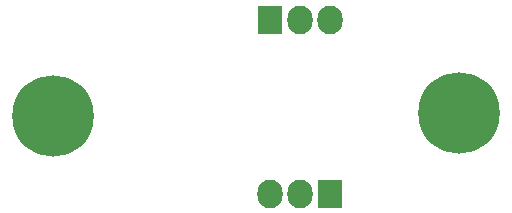
<source format=gbs>
G04 #@! TF.FileFunction,Soldermask,Bot*
%FSLAX46Y46*%
G04 Gerber Fmt 4.6, Leading zero omitted, Abs format (unit mm)*
G04 Created by KiCad (PCBNEW 4.0.1-stable) date Wednesday, August 10, 2016 'PMt' 06:58:00 PM*
%MOMM*%
G01*
G04 APERTURE LIST*
%ADD10C,0.100000*%
%ADD11R,2.127200X2.432000*%
%ADD12O,2.127200X2.432000*%
%ADD13C,6.900000*%
G04 APERTURE END LIST*
D10*
D11*
X187960000Y-85344000D03*
D12*
X190500000Y-85344000D03*
X193040000Y-85344000D03*
D11*
X193040000Y-100076000D03*
D12*
X190500000Y-100076000D03*
X187960000Y-100076000D03*
D13*
X203962000Y-93280000D03*
X169600000Y-93470000D03*
M02*

</source>
